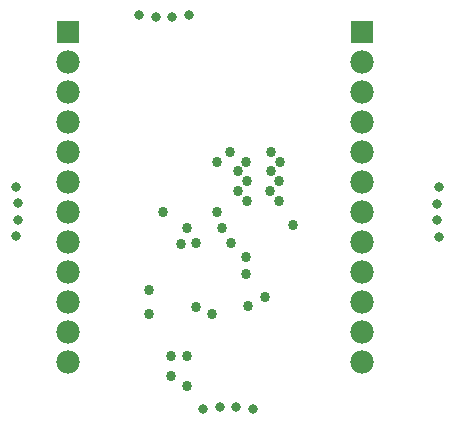
<source format=gbs>
G04*
G04 #@! TF.GenerationSoftware,Altium Limited,Altium Designer,18.1.9 (240)*
G04*
G04 Layer_Color=16711935*
%FSLAX24Y24*%
%MOIN*%
G70*
G01*
G75*
%ADD32R,0.0780X0.0780*%
%ADD33C,0.0780*%
%ADD34C,0.0320*%
%ADD35C,0.0340*%
D32*
X11480Y12490D02*
D03*
X1690Y12500D02*
D03*
D33*
X11480Y11490D02*
D03*
Y10490D02*
D03*
Y9490D02*
D03*
Y8490D02*
D03*
Y7490D02*
D03*
Y6490D02*
D03*
Y5490D02*
D03*
Y4490D02*
D03*
Y3490D02*
D03*
Y2490D02*
D03*
Y1490D02*
D03*
X1690Y11500D02*
D03*
Y10500D02*
D03*
Y9500D02*
D03*
Y8500D02*
D03*
Y7500D02*
D03*
Y6500D02*
D03*
Y5500D02*
D03*
Y4500D02*
D03*
Y3500D02*
D03*
Y2500D02*
D03*
Y1500D02*
D03*
D34*
X14052Y7325D02*
D03*
X13987Y6775D02*
D03*
Y6225D02*
D03*
X14052Y5675D02*
D03*
X-63Y5685D02*
D03*
X3Y6235D02*
D03*
Y6785D02*
D03*
X-63Y7335D02*
D03*
X7835Y-72D02*
D03*
X7285Y-8D02*
D03*
X6735D02*
D03*
X6185Y-72D02*
D03*
X4055Y13062D02*
D03*
X4605Y12997D02*
D03*
X5155D02*
D03*
X5705Y13062D02*
D03*
D35*
X8730Y6870D02*
D03*
X8430Y7210D02*
D03*
X7650Y6870D02*
D03*
X7340Y7210D02*
D03*
X8730Y7520D02*
D03*
X7630Y8170D02*
D03*
X7640Y7520D02*
D03*
X7350Y7860D02*
D03*
X8440Y7870D02*
D03*
X8740Y8170D02*
D03*
X8460Y8490D02*
D03*
X9190Y6059D02*
D03*
X5640Y700D02*
D03*
X5100Y1020D02*
D03*
X6480Y3090D02*
D03*
X4390D02*
D03*
X5110Y1690D02*
D03*
X5640D02*
D03*
X5455Y5445D02*
D03*
X4840Y6510D02*
D03*
X7670Y3360D02*
D03*
X5660Y5970D02*
D03*
X6805Y5955D02*
D03*
X7101Y5460D02*
D03*
X6635Y6495D02*
D03*
X5950Y5470D02*
D03*
X4380Y3910D02*
D03*
X8237Y3677D02*
D03*
X5950Y3330D02*
D03*
X7080Y8485D02*
D03*
X6635Y8170D02*
D03*
X7620Y4990D02*
D03*
Y4440D02*
D03*
M02*

</source>
